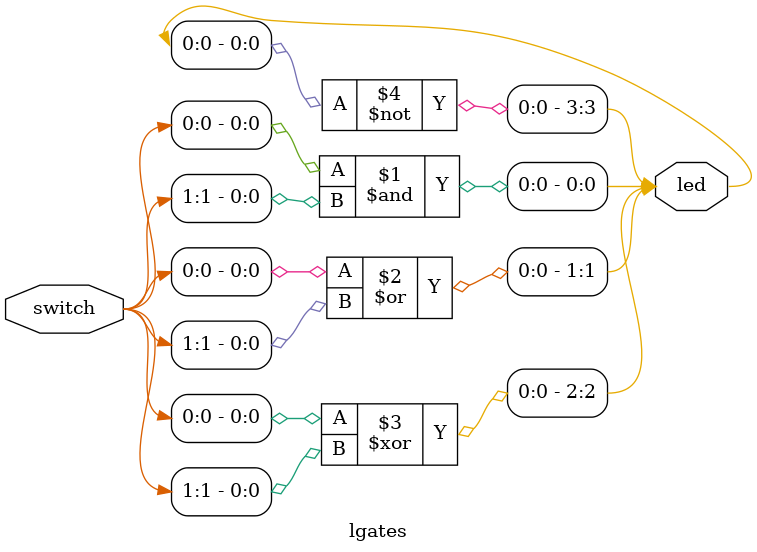
<source format=v>
`timescale 1ns / 1ps

module lgates(
 input [1:0] switch,
 output [3:0] led
 );
 assign led[0] = switch[0] & switch[1]; // and
 assign led[1] = switch[0] | switch[1]; // or
 assign led[2] = switch[0] ^ switch[1]; // xor
 assign led[3] = ~led[0];
endmodule

</source>
